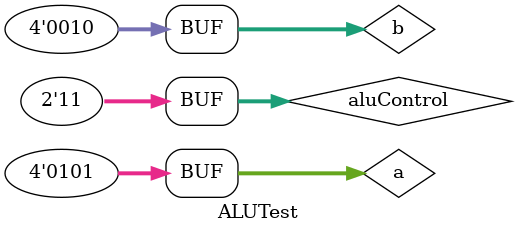
<source format=sv>
module ALUTest();
	
	logic [1:0] aluControl;
	logic [3:0] a, b;
	logic [3:0] salidaOperacion, salidaFlags;
		
	topALU #(4) testALU(aluControl, a, b, salidaOperacion, salidaFlags);

	initial begin
		aluControl = 2'b00; a = 4'b0111; b = 4'b0001; #5; // 7 + 1
		
		aluControl = 2'b00; a = 4'b0010; b = 4'b0101; #5; // 2 + 5
		
		aluControl = 2'b01; a = 4'b0111; b = 4'b0010; #5; // 7 - 2 
		
		aluControl = 2'b10; a = 4'b0101; b = 4'b0010; #5; // 5 ^ 2
		
		aluControl = 2'b11; a = 4'b0101; #5; // ~5
	
	end

endmodule

</source>
